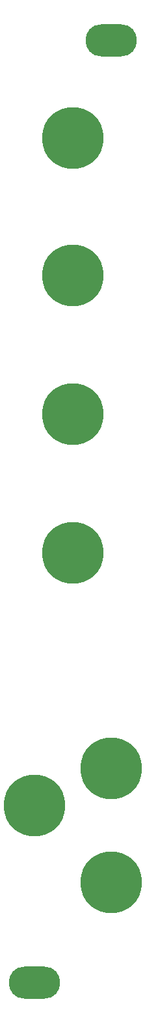
<source format=gtl>
G04 #@! TF.GenerationSoftware,KiCad,Pcbnew,7.0.7-7.0.7~ubuntu22.04.1*
G04 #@! TF.CreationDate,2023-09-25T23:33:28+02:00*
G04 #@! TF.ProjectId,Basic-ADSR,42617369-632d-4414-9453-522e6b696361,rev?*
G04 #@! TF.SameCoordinates,Original*
G04 #@! TF.FileFunction,Copper,L1,Top*
G04 #@! TF.FilePolarity,Positive*
%FSLAX46Y46*%
G04 Gerber Fmt 4.6, Leading zero omitted, Abs format (unit mm)*
G04 Created by KiCad (PCBNEW 7.0.7-7.0.7~ubuntu22.04.1) date 2023-09-25 23:33:28*
%MOMM*%
%LPD*%
G01*
G04 APERTURE LIST*
G04 #@! TA.AperFunction,ComponentPad*
%ADD10O,6.700000X4.200000*%
G04 #@! TD*
G04 #@! TA.AperFunction,ViaPad*
%ADD11C,8.000000*%
G04 #@! TD*
G04 APERTURE END LIST*
D10*
X104500000Y-27500000D03*
X94500000Y-150000000D03*
D11*
X94500000Y-127000000D03*
X104500000Y-122200000D03*
X99500000Y-76100000D03*
X99500000Y-94100000D03*
X99500000Y-58100000D03*
X99500000Y-40200000D03*
X104500000Y-137000000D03*
M02*

</source>
